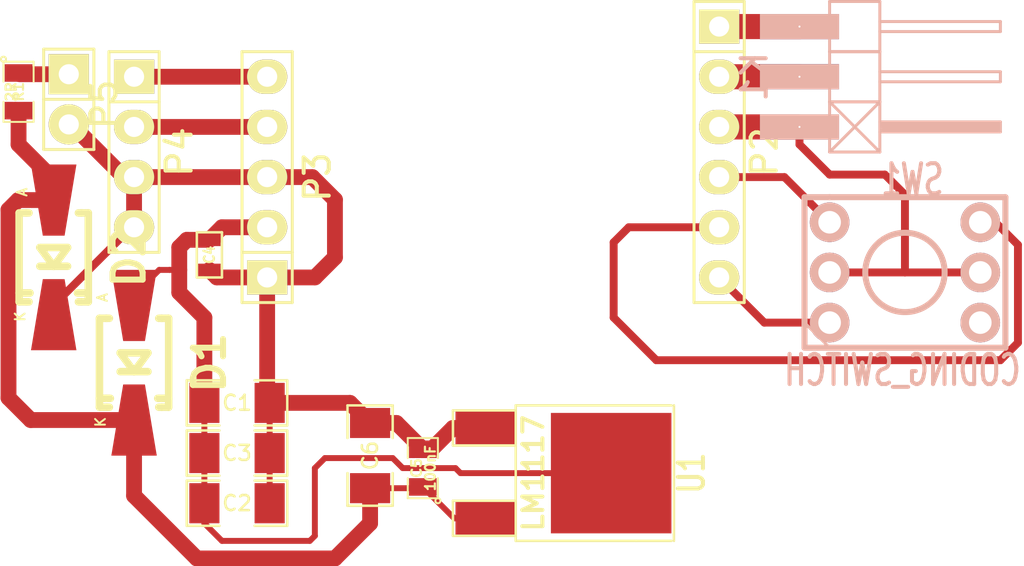
<source format=kicad_pcb>
(kicad_pcb (version 20221018) (generator pcbnew)
  (layers (0 "F.Cu" signal) (31 "B.Cu" signal) (34 "B.Paste" user) (35 "F.Paste" user) (36 "B.SilkS" user) (37 "F.SilkS" user) (38 "B.Mask" user) (39 "F.Mask" user) (44 "Edge.Cuts" user))
  (net 0 "")
  (net 1 "VCC")
  (net 2 "GND")
  (net 3 "Net-(C5-Pad1)")
  (net 4 "Net-(P3-Pad4)")
  (net 5 "Net-(P3-Pad5)")
  (net 6 "Net-(P5-Pad1)")
  (net 7 "Net-(P2-Pad4)")
  (net 8 "Net-(P2-Pad5)")
  (net 9 "Net-(P2-Pad6)")
  (net 10 "Net-(SW1-Pad5)")
  (net 11 "Net-(K1-Pad1)")
  (net 12 "Net-(K1-Pad2)")
  (net 13 "Net-(K1-Pad3)")
  (footprint "SMD_Packages:SMD-1206" (layer "F.Cu") (at 177.546 114.3)
    (fp_text reference "C1" (at 0 0) (layer "F.SilkS") (effects (font (size 0.762 0.762) (thickness 0.127))))
    (fp_text value "100uF" hide)
    (fp_line (start -2.54 -1.143) (end -2.54 1.143) (stroke (width 0.127)) (layer "F.SilkS"))
    (fp_line (start -2.54 1.143) (end -0.889 1.143) (stroke (width 0.127)) (layer "F.SilkS"))
    (fp_line (start -0.889 -1.143) (end -2.54 -1.143) (stroke (width 0.127)) (layer "F.SilkS"))
    (fp_line (start 0.889 -1.143) (end 2.54 -1.143) (stroke (width 0.127)) (layer "F.SilkS"))
    (fp_line (start 2.54 -1.143) (end 2.54 1.143) (stroke (width 0.127)) (layer "F.SilkS"))
    (fp_line (start 2.54 1.143) (end 0.889 1.143) (stroke (width 0.127)) (layer "F.SilkS"))
    (pad "1" smd rect (at -1.651 0) (size 1.524 2.032) (layers "F.Cu" "F.Paste" "F.Mask") (net 1 "VCC"))
    (pad "2" smd rect (at 1.651 0) (size 1.524 2.032) (layers "F.Cu" "F.Paste" "F.Mask") (net 2 "GND"))
  )
  (footprint "SMD_Packages:SMD-1206" (layer "F.Cu") (at 177.546 119.38)
    (fp_text reference "C2" (at 0 0) (layer "F.SilkS") (effects (font (size 0.762 0.762) (thickness 0.127))))
    (fp_text value "100uF" hide)
    (fp_line (start -2.54 -1.143) (end -2.54 1.143) (stroke (width 0.127)) (layer "F.SilkS"))
    (fp_line (start -2.54 1.143) (end -0.889 1.143) (stroke (width 0.127)) (layer "F.SilkS"))
    (fp_line (start -0.889 -1.143) (end -2.54 -1.143) (stroke (width 0.127)) (layer "F.SilkS"))
    (fp_line (start 0.889 -1.143) (end 2.54 -1.143) (stroke (width 0.127)) (layer "F.SilkS"))
    (fp_line (start 2.54 -1.143) (end 2.54 1.143) (stroke (width 0.127)) (layer "F.SilkS"))
    (fp_line (start 2.54 1.143) (end 0.889 1.143) (stroke (width 0.127)) (layer "F.SilkS"))
    (pad "1" smd rect (at -1.651 0) (size 1.524 2.032) (layers "F.Cu" "F.Paste" "F.Mask") (net 1 "VCC"))
    (pad "2" smd rect (at 1.651 0) (size 1.524 2.032) (layers "F.Cu" "F.Paste" "F.Mask") (net 2 "GND"))
  )
  (footprint "SMD_Packages:SMD-1206" (layer "F.Cu") (at 177.546 116.84)
    (fp_text reference "C3" (at 0 0) (layer "F.SilkS") (effects (font (size 0.762 0.762) (thickness 0.127))))
    (fp_text value "100uF" hide)
    (fp_line (start -2.54 -1.143) (end -2.54 1.143) (stroke (width 0.127)) (layer "F.SilkS"))
    (fp_line (start -2.54 1.143) (end -0.889 1.143) (stroke (width 0.127)) (layer "F.SilkS"))
    (fp_line (start -0.889 -1.143) (end -2.54 -1.143) (stroke (width 0.127)) (layer "F.SilkS"))
    (fp_line (start 0.889 -1.143) (end 2.54 -1.143) (stroke (width 0.127)) (layer "F.SilkS"))
    (fp_line (start 2.54 -1.143) (end 2.54 1.143) (stroke (width 0.127)) (layer "F.SilkS"))
    (fp_line (start 2.54 1.143) (end 0.889 1.143) (stroke (width 0.127)) (layer "F.SilkS"))
    (pad "1" smd rect (at -1.651 0) (size 1.524 2.032) (layers "F.Cu" "F.Paste" "F.Mask") (net 1 "VCC"))
    (pad "2" smd rect (at 1.651 0) (size 1.524 2.032) (layers "F.Cu" "F.Paste" "F.Mask") (net 2 "GND"))
  )
  (footprint "SMD_Packages:SMD-0603" (layer "F.Cu") (at 176.149 106.807 -90)
    (fp_text reference "C4" (at 0 0 270) (layer "F.SilkS") (effects (font (size 0.508 0.4572) (thickness 0.1143))))
    (fp_text value "1uF" hide)
    (fp_line (start -1.143 -0.635) (end 1.143 -0.635) (stroke (width 0.127)) (layer "F.SilkS"))
    (fp_line (start -1.143 0.635) (end -1.143 -0.635) (stroke (width 0.127)) (layer "F.SilkS"))
    (fp_line (start 1.143 -0.635) (end 1.143 0.635) (stroke (width 0.127)) (layer "F.SilkS"))
    (fp_line (start 1.143 0.635) (end -1.143 0.635) (stroke (width 0.127)) (layer "F.SilkS"))
    (pad "1" smd rect (at -0.762 0 270) (size 0.635 1.143) (layers "F.Cu" "F.Paste" "F.Mask") (net 1 "VCC"))
    (pad "2" smd rect (at 0.762 0 270) (size 0.635 1.143) (layers "F.Cu" "F.Paste" "F.Mask") (net 2 "GND"))
  )
  (footprint "Diodes_SMD:Diode-Universal-SMA-SMB_Handsoldering" (layer "F.Cu") (at 172.339 112.268 -90)
    (fp_text reference "D1" (at 0 -3.81 270) (layer "F.SilkS") (effects (font (size 1.524 1.524) (thickness 0.3048))))
    (fp_text value "DIODE" hide)
    (fp_text user "K" (at 2.99974 1.69926 270) (layer "F.SilkS") (effects (font (size 0.50038 0.50038) (thickness 0.09906))))
    (fp_text user "A" (at -3.29946 1.6002 270) (layer "F.SilkS") (effects (font (size 0.50038 0.50038) (thickness 0.09906))))
    (fp_line (start -2.25044 -1.75006) (end -2.25044 -1.39954) (stroke (width 0.381)) (layer "F.SilkS"))
    (fp_line (start -2.25044 -1.75006) (end 2.25044 -1.75006) (stroke (width 0.381)) (layer "F.SilkS"))
    (fp_line (start -2.25044 -1.39954) (end -2.25044 -1.24968) (stroke (width 0.381)) (layer "F.SilkS"))
    (fp_line (start -2.25044 1.39954) (end -2.25044 1.24968) (stroke (width 0.381)) (layer "F.SilkS"))
    (fp_line (start -2.25044 1.75006) (end -2.25044 1.39954) (stroke (width 0.381)) (layer "F.SilkS"))
    (fp_line (start -2.25044 1.75006) (end 2.25044 1.75006) (stroke (width 0.381)) (layer "F.SilkS"))
    (fp_line (start -0.50038 -0.70104) (end -0.50038 0.70104) (stroke (width 0.381)) (layer "F.SilkS"))
    (fp_line (start -0.50038 0.70104) (end 0.44958 0) (stroke (width 0.381)) (layer "F.SilkS"))
    (fp_line (start 0.44958 -0.70104) (end 0.44958 0.70104) (stroke (width 0.381)) (layer "F.SilkS"))
    (fp_line (start 0.44958 0) (end -0.50038 -0.70104) (stroke (width 0.381)) (layer "F.SilkS"))
    (fp_line (start 1.80086 -1.75006) (end 1.80086 -1.39954) (stroke (width 0.381)) (layer "F.SilkS"))
    (fp_line (start 1.80086 -1.34874) (end 1.80086 -1.19888) (stroke (width 0.381)) (layer "F.SilkS"))
    (fp_line (start 1.80086 1.39954) (end 1.80086 1.19888) (stroke (width 0.381)) (layer "F.SilkS"))
    (fp_line (start 1.80086 1.75006) (end 1.80086 1.39954) (stroke (width 0.381)) (layer "F.SilkS"))
    (fp_line (start 2.25044 -1.75006) (end 2.25044 -1.39954) (stroke (width 0.381)) (layer "F.SilkS"))
    (fp_line (start 2.25044 -1.39954) (end 2.25044 -1.24968) (stroke (width 0.381)) (layer "F.SilkS"))
    (fp_line (start 2.25044 1.34874) (end 2.25044 1.24968) (stroke (width 0.381)) (layer "F.SilkS"))
    (fp_line (start 2.25044 1.75006) (end 2.25044 1.39954) (stroke (width 0.381)) (layer "F.SilkS"))
    (pad "1" smd trapezoid (at -2.90068 0 270) (size 3.60172 1.69926) (rect_delta 0.59944 0) (layers "F.Cu" "F.Paste" "F.Mask") (net 1 "VCC"))
    (pad "2" smd trapezoid (at 2.90068 0 90) (size 3.60172 1.69926) (rect_delta 0.59944 0) (layers "F.Cu" "F.Paste" "F.Mask") (net 3 "Net-(C5-Pad1)"))
  )
  (footprint "Diodes_SMD:Diode-Universal-SMA-SMB_Handsoldering" (layer "F.Cu") (at 168.275 106.934 -90)
    (fp_text reference "D2" (at 0 -3.81 270) (layer "F.SilkS") (effects (font (size 1.524 1.524) (thickness 0.3048))))
    (fp_text value "TVS" hide)
    (fp_text user "A" (at -3.29946 1.6002 270) (layer "F.SilkS") (effects (font (size 0.50038 0.50038) (thickness 0.09906))))
    (fp_text user "K" (at 2.99974 1.69926 270) (layer "F.SilkS") (effects (font (size 0.50038 0.50038) (thickness 0.09906))))
    (fp_line (start -2.25044 -1.75006) (end -2.25044 -1.39954) (stroke (width 0.381)) (layer "F.SilkS"))
    (fp_line (start -2.25044 -1.75006) (end 2.25044 -1.75006) (stroke (width 0.381)) (layer "F.SilkS"))
    (fp_line (start -2.25044 -1.39954) (end -2.25044 -1.24968) (stroke (width 0.381)) (layer "F.SilkS"))
    (fp_line (start -2.25044 1.39954) (end -2.25044 1.24968) (stroke (width 0.381)) (layer "F.SilkS"))
    (fp_line (start -2.25044 1.75006) (end -2.25044 1.39954) (stroke (width 0.381)) (layer "F.SilkS"))
    (fp_line (start -2.25044 1.75006) (end 2.25044 1.75006) (stroke (width 0.381)) (layer "F.SilkS"))
    (fp_line (start -0.50038 -0.70104) (end -0.50038 0.70104) (stroke (width 0.381)) (layer "F.SilkS"))
    (fp_line (start -0.50038 0.70104) (end 0.44958 0) (stroke (width 0.381)) (layer "F.SilkS"))
    (fp_line (start 0.44958 -0.70104) (end 0.44958 0.70104) (stroke (width 0.381)) (layer "F.SilkS"))
    (fp_line (start 0.44958 0) (end -0.50038 -0.70104) (stroke (width 0.381)) (layer "F.SilkS"))
    (fp_line (start 1.80086 -1.75006) (end 1.80086 -1.39954) (stroke (width 0.381)) (layer "F.SilkS"))
    (fp_line (start 1.80086 -1.34874) (end 1.80086 -1.19888) (stroke (width 0.381)) (layer "F.SilkS"))
    (fp_line (start 1.80086 1.39954) (end 1.80086 1.19888) (stroke (width 0.381)) (layer "F.SilkS"))
    (fp_line (start 1.80086 1.75006) (end 1.80086 1.39954) (stroke (width 0.381)) (layer "F.SilkS"))
    (fp_line (start 2.25044 -1.75006) (end 2.25044 -1.39954) (stroke (width 0.381)) (layer "F.SilkS"))
    (fp_line (start 2.25044 -1.39954) (end 2.25044 -1.24968) (stroke (width 0.381)) (layer "F.SilkS"))
    (fp_line (start 2.25044 1.34874) (end 2.25044 1.24968) (stroke (width 0.381)) (layer "F.SilkS"))
    (fp_line (start 2.25044 1.75006) (end 2.25044 1.39954) (stroke (width 0.381)) (layer "F.SilkS"))
    (pad "1" smd trapezoid (at -2.90068 0 270) (size 3.60172 1.69926) (rect_delta 0.59944 0) (layers "F.Cu" "F.Paste" "F.Mask") (net 3 "Net-(C5-Pad1)"))
    (pad "2" smd trapezoid (at 2.90068 0 90) (size 3.60172 1.69926) (rect_delta 0.59944 0) (layers "F.Cu" "F.Paste" "F.Mask") (net 2 "GND"))
  )
  (footprint "Pin_Headers:Pin_Header_Straight_1x06" (layer "F.Cu") (at 201.93 101.6 -90)
    (fp_text reference "P2" (at 0 -2.286 270) (layer "F.SilkS") (effects (font (size 1.27 1.27) (thickness 0.2032))))
    (fp_text value "CONN_6" hide)
    (fp_line (start -7.62 -1.27) (end -7.62 1.27) (stroke (width 0.15)) (layer "F.SilkS"))
    (fp_line (start -7.62 -1.27) (end -5.08 -1.27) (stroke (width 0.15)) (layer "F.SilkS"))
    (fp_line (start -7.62 1.27) (end -5.08 1.27) (stroke (width 0.15)) (layer "F.SilkS"))
    (fp_line (start -5.08 -1.27) (end -5.08 1.27) (stroke (width 0.15)) (layer "F.SilkS"))
    (fp_line (start -5.08 -1.27) (end 7.62 -1.27) (stroke (width 0.15)) (layer "F.SilkS"))
    (fp_line (start 7.62 -1.27) (end 7.62 1.27) (stroke (width 0.15)) (layer "F.SilkS"))
    (fp_line (start 7.62 1.27) (end -5.08 1.27) (stroke (width 0.15)) (layer "F.SilkS"))
    (pad "1" thru_hole rect (at -6.35 0 270) (size 1.7272 2.032) (drill 1.016) (layers "*.Cu" "*.Mask" "F.SilkS") (net 13 "Net-(K1-Pad3)"))
    (pad "2" thru_hole oval (at -3.81 0 270) (size 1.7272 2.032) (drill 1.016) (layers "*.Cu" "*.Mask" "F.SilkS") (net 12 "Net-(K1-Pad2)"))
    (pad "3" thru_hole oval (at -1.27 0 270) (size 1.7272 2.032) (drill 1.016) (layers "*.Cu" "*.Mask" "F.SilkS") (net 11 "Net-(K1-Pad1)"))
    (pad "4" thru_hole oval (at 1.27 0 270) (size 1.7272 2.032) (drill 1.016) (layers "*.Cu" "*.Mask" "F.SilkS") (net 7 "Net-(P2-Pad4)"))
    (pad "5" thru_hole oval (at 3.81 0 270) (size 1.7272 2.032) (drill 1.016) (layers "*.Cu" "*.Mask" "F.SilkS") (net 8 "Net-(P2-Pad5)"))
    (pad "6" thru_hole oval (at 6.35 0 270) (size 1.7272 2.032) (drill 1.016) (layers "*.Cu" "*.Mask" "F.SilkS") (net 9 "Net-(P2-Pad6)"))
  )
  (footprint "Pin_Headers:Pin_Header_Straight_1x05" (layer "F.Cu") (at 179.07 102.87 90)
    (fp_text reference "P3" (at 0 2.54 90) (layer "F.SilkS") (effects (font (size 1.27 1.27) (thickness 0.2032))))
    (fp_text value "CONN_5" hide)
    (fp_line (start -6.35 -1.27) (end -6.35 1.27) (stroke (width 0.15)) (layer "F.SilkS"))
    (fp_line (start -6.35 -1.27) (end -3.81 -1.27) (stroke (width 0.15)) (layer "F.SilkS"))
    (fp_line (start -6.35 1.27) (end -3.81 1.27) (stroke (width 0.15)) (layer "F.SilkS"))
    (fp_line (start -3.81 -1.27) (end -3.81 1.27) (stroke (width 0.15)) (layer "F.SilkS"))
    (fp_line (start -3.81 -1.27) (end 6.35 -1.27) (stroke (width 0.15)) (layer "F.SilkS"))
    (fp_line (start 6.35 -1.27) (end 6.35 1.27) (stroke (width 0.15)) (layer "F.SilkS"))
    (fp_line (start 6.35 1.27) (end -3.81 1.27) (stroke (width 0.15)) (layer "F.SilkS"))
    (pad "1" thru_hole rect (at -5.08 0 90) (size 1.7272 2.032) (drill 1.016) (layers "*.Cu" "*.Mask" "F.SilkS") (net 2 "GND"))
    (pad "2" thru_hole oval (at -2.54 0 90) (size 1.7272 2.032) (drill 1.016) (layers "*.Cu" "*.Mask" "F.SilkS") (net 1 "VCC"))
    (pad "3" thru_hole oval (at 0 0 90) (size 1.7272 2.032) (drill 1.016) (layers "*.Cu" "*.Mask" "F.SilkS") (net 2 "GND"))
    (pad "4" thru_hole oval (at 2.54 0 90) (size 1.7272 2.032) (drill 1.016) (layers "*.Cu" "*.Mask" "F.SilkS") (net 4 "Net-(P3-Pad4)"))
    (pad "5" thru_hole oval (at 5.08 0 90) (size 1.7272 2.032) (drill 1.016) (layers "*.Cu" "*.Mask" "F.SilkS") (net 5 "Net-(P3-Pad5)"))
  )
  (footprint "Pin_Headers:Pin_Header_Straight_1x04" (layer "F.Cu") (at 172.339 101.6 -90)
    (fp_text reference "P4" (at 0 -2.286 270) (layer "F.SilkS") (effects (font (size 1.27 1.27) (thickness 0.2032))))
    (fp_text value "CONN_4" hide)
    (fp_line (start -5.08 -1.27) (end -5.08 1.27) (stroke (width 0.15)) (layer "F.SilkS"))
    (fp_line (start -5.08 -1.27) (end -2.54 -1.27) (stroke (width 0.15)) (layer "F.SilkS"))
    (fp_line (start -5.08 1.27) (end -2.54 1.27) (stroke (width 0.15)) (layer "F.SilkS"))
    (fp_line (start -2.54 -1.27) (end -2.54 1.27) (stroke (width 0.15)) (layer "F.SilkS"))
    (fp_line (start -2.54 -1.27) (end 5.08 -1.27) (stroke (width 0.15)) (layer "F.SilkS"))
    (fp_line (start -2.54 1.27) (end 5.08 1.27) (stroke (width 0.15)) (layer "F.SilkS"))
    (fp_line (start 5.08 1.27) (end 5.08 -1.27) (stroke (width 0.15)) (layer "F.SilkS"))
    (pad "1" thru_hole rect (at -3.81 0 270) (size 1.7272 2.032) (drill 1.016) (layers "*.Cu" "*.Mask" "F.SilkS") (net 5 "Net-(P3-Pad5)"))
    (pad "2" thru_hole oval (at -1.27 0 270) (size 1.7272 2.032) (drill 1.016) (layers "*.Cu" "*.Mask" "F.SilkS") (net 4 "Net-(P3-Pad4)"))
    (pad "3" thru_hole oval (at 1.27 0 270) (size 1.7272 2.032) (drill 1.016) (layers "*.Cu" "*.Mask" "F.SilkS") (net 2 "GND"))
    (pad "4" thru_hole oval (at 3.81 0 270) (size 1.7272 2.032) (drill 1.016) (layers "*.Cu" "*.Mask" "F.SilkS") (net 2 "GND"))
  )
  (footprint "Pin_Headers:Pin_Header_Straight_1x02" (layer "F.Cu") (at 169.037 98.933 -90)
    (fp_text reference "P5" (at 0.254 -1.778 270) (layer "F.SilkS") (effects (font (size 1.27 1.27) (thickness 0.2032))))
    (fp_text value "CONN_2" hide)
    (fp_line (start -2.54 -1.27) (end -2.54 1.27) (stroke (width 0.15)) (layer "F.SilkS"))
    (fp_line (start -2.54 1.27) (end 0 1.27) (stroke (width 0.15)) (layer "F.SilkS"))
    (fp_line (start 0 -1.27) (end 0 1.27) (stroke (width 0.15)) (layer "F.SilkS"))
    (fp_line (start 0 1.27) (end 2.54 1.27) (stroke (width 0.15)) (layer "F.SilkS"))
    (fp_line (start 2.54 -1.27) (end -2.54 -1.27) (stroke (width 0.15)) (layer "F.SilkS"))
    (fp_line (start 2.54 1.27) (end 2.54 -1.27) (stroke (width 0.15)) (layer "F.SilkS"))
    (pad "1" thru_hole rect (at -1.27 0 270) (size 2.032 2.032) (drill 1.016) (layers "*.Cu" "*.Mask" "F.SilkS") (net 6 "Net-(P5-Pad1)"))
    (pad "2" thru_hole oval (at 1.27 0 270) (size 2.032 2.032) (drill 1.016) (layers "*.Cu" "*.Mask" "F.SilkS") (net 2 "GND"))
  )
  (footprint "SMD_Packages:SMD-0805" (layer "F.Cu") (at 166.497 98.552 -90)
    (fp_text reference "R1" (at 0 0 270) (layer "F.SilkS") (effects (font (size 0.50038 0.50038) (thickness 0.10922))))
    (fp_text value "2R" (at 0 0.381 270) (layer "F.SilkS") (effects (font (size 0.50038 0.50038) (thickness 0.10922))))
    (fp_line (start -1.524 -0.762) (end -0.508 -0.762) (stroke (width 0.09906)) (layer "F.SilkS"))
    (fp_line (start -1.524 0.762) (end -1.524 -0.762) (stroke (width 0.09906)) (layer "F.SilkS"))
    (fp_line (start -0.508 0.762) (end -1.524 0.762) (stroke (width 0.09906)) (layer "F.SilkS"))
    (fp_line (start 0.508 -0.762) (end 1.524 -0.762) (stroke (width 0.09906)) (layer "F.SilkS"))
    (fp_line (start 1.524 -0.762) (end 1.524 0.762) (stroke (width 0.09906)) (layer "F.SilkS"))
    (fp_line (start 1.524 0.762) (end 0.508 0.762) (stroke (width 0.09906)) (layer "F.SilkS"))
    (fp_circle (center -1.651 0.762) (end -1.651 0.635) (stroke (width 0.09906)) (fill none) (layer "F.SilkS"))
    (pad "1" smd rect (at -0.9525 0 270) (size 0.889 1.397) (layers "F.Cu" "F.Paste" "F.Mask") (net 6 "Net-(P5-Pad1)"))
    (pad "2" smd rect (at 0.9525 0 270) (size 0.889 1.397) (layers "F.Cu" "F.Paste" "F.Mask") (net 3 "Net-(C5-Pad1)"))
  )
  (footprint "SMD_Packages:DPAK-2" (layer "F.Cu") (at 190.119 117.856 -90)
    (fp_text reference "U1" (at 0 -10.414 270) (layer "F.SilkS") (effects (font (size 1.27 1.016) (thickness 0.2032))))
    (fp_text value "LM1117" (at 0 -2.413 270) (layer "F.SilkS") (effects (font (size 1.016 1.016) (thickness 0.2032))))
    (fp_line (start -3.429 -9.525) (end 3.429 -9.525) (stroke (width 0.127)) (layer "F.SilkS"))
    (fp_line (start -3.429 -1.524) (end -3.429 -9.398) (stroke (width 0.127)) (layer "F.SilkS"))
    (fp_line (start -3.175 -1.524) (end -3.175 1.651) (stroke (width 0.127)) (layer "F.SilkS"))
    (fp_line (start -3.175 1.651) (end -1.397 1.651) (stroke (width 0.127)) (layer "F.SilkS"))
    (fp_line (start -1.397 1.651) (end -1.397 -1.524) (stroke (width 0.127)) (layer "F.SilkS"))
    (fp_line (start 1.397 -1.524) (end 1.397 1.651) (stroke (width 0.127)) (layer "F.SilkS"))
    (fp_line (start 1.397 1.651) (end 3.175 1.651) (stroke (width 0.127)) (layer "F.SilkS"))
    (fp_line (start 3.175 1.651) (end 3.175 -1.524) (stroke (width 0.127)) (layer "F.SilkS"))
    (fp_line (start 3.429 -9.398) (end 3.429 -7.62) (stroke (width 0.127)) (layer "F.SilkS"))
    (fp_line (start 3.429 -7.62) (end 3.429 -1.524) (stroke (width 0.127)) (layer "F.SilkS"))
    (fp_line (start 3.429 -1.524) (end -3.429 -1.524) (stroke (width 0.127)) (layer "F.SilkS"))
    (pad "1" smd rect (at -2.286 0 270) (size 1.651 3.048) (layers "F.Cu" "F.Paste" "F.Mask") (net 2 "GND"))
    (pad "2" smd rect (at 0 -6.35 270) (size 6.096 6.096) (layers "F.Cu" "F.Paste" "F.Mask") (net 1 "VCC"))
    (pad "3" smd rect (at 2.286 0 270) (size 1.651 3.048) (layers "F.Cu" "F.Paste" "F.Mask") (net 3 "Net-(C5-Pad1)"))
  )
  (footprint "SMD_Packages:SMD-0805" (layer "F.Cu") (at 186.944 117.602 90)
    (fp_text reference "C5" (at 0 -0.3175 90) (layer "F.SilkS") (effects (font (size 0.50038 0.50038) (thickness 0.10922))))
    (fp_text value "100nF" (at 0 0.381 90) (layer "F.SilkS") (effects (font (size 0.50038 0.50038) (thickness 0.10922))))
    (fp_line (start -1.524 -0.762) (end -0.508 -0.762) (stroke (width 0.09906)) (layer "F.SilkS"))
    (fp_line (start -1.524 0.762) (end -1.524 -0.762) (stroke (width 0.09906)) (layer "F.SilkS"))
    (fp_line (start -0.508 0.762) (end -1.524 0.762) (stroke (width 0.09906)) (layer "F.SilkS"))
    (fp_line (start 0.508 -0.762) (end 1.524 -0.762) (stroke (width 0.09906)) (layer "F.SilkS"))
    (fp_line (start 1.524 -0.762) (end 1.524 0.762) (stroke (width 0.09906)) (layer "F.SilkS"))
    (fp_line (start 1.524 0.762) (end 0.508 0.762) (stroke (width 0.09906)) (layer "F.SilkS"))
    (fp_circle (center -1.651 0.762) (end -1.651 0.635) (stroke (width 0.09906)) (fill none) (layer "F.SilkS"))
    (pad "1" smd rect (at -0.9525 0 90) (size 0.889 1.397) (layers "F.Cu" "F.Paste" "F.Mask") (net 3 "Net-(C5-Pad1)"))
    (pad "2" smd rect (at 0.9525 0 90) (size 0.889 1.397) (layers "F.Cu" "F.Paste" "F.Mask") (net 2 "GND"))
  )
  (footprint "SMD_Packages:SMD-1206" (layer "F.Cu") (at 184.277 116.967 90)
    (fp_text reference "C6" (at 0 0 90) (layer "F.SilkS") (effects (font (size 0.762 0.762) (thickness 0.127))))
    (fp_text value "1uF" hide)
    (fp_line (start -2.54 -1.143) (end -2.54 1.143) (stroke (width 0.127)) (layer "F.SilkS"))
    (fp_line (start -2.54 1.143) (end -0.889 1.143) (stroke (width 0.127)) (layer "F.SilkS"))
    (fp_line (start -0.889 -1.143) (end -2.54 -1.143) (stroke (width 0.127)) (layer "F.SilkS"))
    (fp_line (start 0.889 -1.143) (end 2.54 -1.143) (stroke (width 0.127)) (layer "F.SilkS"))
    (fp_line (start 2.54 -1.143) (end 2.54 1.143) (stroke (width 0.127)) (layer "F.SilkS"))
    (fp_line (start 2.54 1.143) (end 0.889 1.143) (stroke (width 0.127)) (layer "F.SilkS"))
    (pad "1" smd rect (at -1.651 0 90) (size 1.524 2.032) (layers "F.Cu" "F.Paste" "F.Mask") (net 3 "Net-(C5-Pad1)"))
    (pad "2" smd rect (at 1.651 0 90) (size 1.524 2.032) (layers "F.Cu" "F.Paste" "F.Mask") (net 2 "GND"))
  )
  (footprint "Toni:KDR_10" (layer "B.Cu") (at 211.328 107.696)
    (fp_text reference "SW1" (at 0.381 -4.699) (layer "B.SilkS") (effects (font (size 1.524 1.016) (thickness 0.2032)) (justify mirror)))
    (fp_text value "CODING_SWITCH" (at -0.127 4.953) (layer "B.SilkS") (effects (font (size 1.524 1.016) (thickness 0.2032)) (justify mirror)))
    (fp_line (start -5.08 -3.81) (end -3.81 -3.81) (stroke (width 0.3048)) (layer "B.SilkS"))
    (fp_line (start -5.08 2.54) (end -3.81 3.81) (stroke (width 0.15)) (layer "B.SilkS"))
    (fp_line (start -5.08 3.81) (end -5.08 -3.81) (stroke (width 0.3048)) (layer "B.SilkS"))
    (fp_line (start -3.81 -3.81) (end 5.08 -3.81) (stroke (width 0.3048)) (layer "B.SilkS"))
    (fp_line (start 5.08 -3.81) (end 5.08 3.81) (stroke (width 0.3048)) (layer "B.SilkS"))
    (fp_line (start 5.08 3.81) (end -5.08 3.81) (stroke (width 0.3048)) (layer "B.SilkS"))
    (fp_circle (center 0 0) (end 1.905 -0.635) (stroke (width 0.3048)) (fill none) (layer "B.SilkS"))
    (pad "1" thru_hole circle (at -3.81 0) (size 2 2) (drill 1.143) (layers "*.Cu" "*.Mask" "B.SilkS") (net 11 "Net-(K1-Pad1)"))
    (pad "1" thru_hole circle (at 3.81 0) (size 2 2) (drill 1.143) (layers "*.Cu" "*.Mask" "B.SilkS") (net 11 "Net-(K1-Pad1)"))
    (pad "2" thru_hole circle (at -3.81 2.54) (size 2 2) (drill 1.143) (layers "*.Cu" "*.Mask" "B.SilkS") (net 9 "Net-(P2-Pad6)"))
    (pad "3" thru_hole circle (at 3.81 -2.54) (size 2 2) (drill 1.143) (layers "*.Cu" "*.Mask" "B.SilkS") (net 8 "Net-(P2-Pad5)"))
    (pad "4" thru_hole circle (at -3.81 -2.54) (size 2 2) (drill 1.143) (layers "*.Cu" "*.Mask" "B.SilkS") (net 7 "Net-(P2-Pad4)"))
    (pad "5" thru_hole circle (at 3.81 2.54) (size 2 2) (drill 1.143) (layers "*.Cu" "*.Mask" "B.SilkS") (net 10 "Net-(SW1-Pad5)"))
  )
  (footprint "Pin_Headers:Pin_Header_Angled_1x03" (layer "B.Cu") (at 205.994 97.79 90)
    (fp_text reference "K1" (at 0 -2.286 90) (layer "B.SilkS") (effects (font (size 1.27 1.27) (thickness 0.2032)) (justify mirror)))
    (fp_text value "CONN_3" hide)
    (fp_line (start -3.81 1.524) (end -3.81 4.064) (stroke (width 0.15)) (layer "B.SilkS"))
    (fp_line (start -3.81 1.524) (end -1.27 1.524) (stroke (width 0.15)) (layer "B.SilkS"))
    (fp_line (start -3.81 4.064) (end -1.27 1.524) (stroke (width 0.15)) (layer "B.SilkS"))
    (fp_line (start -2.794 1.524) (end -2.794 1.143) (stroke (width 0.15)) (layer "B.SilkS"))
    (fp_line (start -2.794 4.064) (end -2.794 10.16) (stroke (width 0.15)) (layer "B.SilkS"))
    (fp_line (start -2.794 10.16) (end -2.286 10.16) (stroke (width 0.15)) (layer "B.SilkS"))
    (fp_line (start -2.667 4.191) (end -2.667 10.033) (stroke (width 0.15)) (layer "B.SilkS"))
    (fp_line (start -2.667 10.033) (end -2.413 10.033) (stroke (width 0.15)) (layer "B.SilkS"))
    (fp_line (start -2.54 4.191) (end -2.54 10.033) (stroke (width 0.15)) (layer "B.SilkS"))
    (fp_line (start -2.413 4.191) (end -2.54 4.191) (stroke (width 0.15)) (layer "B.SilkS"))
    (fp_line (start -2.413 10.033) (end -2.413 4.191) (stroke (width 0.15)) (layer "B.SilkS"))
    (fp_line (start -2.286 1.524) (end -2.286 1.143) (stroke (width 0.15)) (layer "B.SilkS"))
    (fp_line (start -2.286 10.16) (end -2.286 4.064) (stroke (width 0.15)) (layer "B.SilkS"))
    (fp_line (start -1.27 1.524) (end -1.27 4.064) (stroke (width 0.15)) (layer "B.SilkS"))
    (fp_line (start -1.27 1.524) (end -1.27 4.064) (stroke (width 0.15)) (layer "B.SilkS"))
    (fp_line (start -1.27 1.524) (end 1.27 1.524) (stroke (width 0.15)) (layer "B.SilkS"))
    (fp_line (start -1.27 4.064) (end -3.81 1.524) (stroke (width 0.15)) (layer "B.SilkS"))
    (fp_line (start -1.27 4.064) (end -3.81 4.064) (stroke (width 0.15)) (layer "B.SilkS"))
    (fp_line (start -0.254 1.524) (end -0.254 1.143) (stroke (width 0.15)) (layer "B.SilkS"))
    (fp_line (start -0.254 4.064) (end -0.254 10.16) (stroke (width 0.15)) (layer "B.SilkS"))
    (fp_line (start -0.254 10.16) (end 0.254 10.16) (stroke (width 0.15)) (layer "B.SilkS"))
    (fp_line (start 0.254 1.524) (end 0.254 1.143) (stroke (width 0.15)) (layer "B.SilkS"))
    (fp_line (start 0.254 10.16) (end 0.254 4.064) (stroke (width 0.15)) (layer "B.SilkS"))
    (fp_line (start 1.27 1.524) (end 1.27 4.064) (stroke (width 0.15)) (layer "B.SilkS"))
    (fp_line (start 1.27 1.524) (end 1.27 4.064) (stroke (width 0.15)) (layer "B.SilkS"))
    (fp_line (start 1.27 1.524) (end 3.81 1.524) (stroke (width 0.15)) (layer "B.SilkS"))
    (fp_line (start 1.27 4.064) (end -1.27 4.064) (stroke (width 0.15)) (layer "B.SilkS"))
    (fp_line (start 2.286 1.524) (end 2.286 1.143) (stroke (width 0.15)) (layer "B.SilkS"))
    (fp_line (start 2.286 4.064) (end 2.286 10.16) (stroke (width 0.15)) (layer "B.SilkS"))
    (fp_line (start 2.286 10.16) (end 2.794 10.16) (stroke (width 0.15)) (layer "B.SilkS"))
    (fp_line (start 2.794 1.524) (end 2.794 1.143) (stroke (width 0.15)) (layer "B.SilkS"))
    (fp_line (start 2.794 10.16) (end 2.794 4.064) (stroke (width 0.15)) (layer "B.SilkS"))
    (fp_line (start 3.81 1.524) (end 3.81 4.064) (stroke (width 0.15)) (layer "B.SilkS"))
    (fp_line (start 3.81 4.064) (end 1.27 4.064) (stroke (width 0.15)) (layer "B.SilkS"))
    (pad "1" thru_hole rect (at -2.54 0 90) (size 1.27 4) (drill 0.1) (layers "*.Cu" "*.Mask" "B.SilkS") (net 11 "Net-(K1-Pad1)"))
    (pad "2" thru_hole rect (at 0 0 90) (size 1.27 4) (drill 0.1) (layers "*.Cu" "*.Mask" "B.SilkS") (net 12 "Net-(K1-Pad2)"))
    (pad "3" thru_hole rect (at 2.54 0 90) (size 1.27 4) (drill 0.1) (layers "*.Cu" "*.Mask" "B.SilkS") (net 13 "Net-(K1-Pad3)"))
  )
  (segment (start 175.641 119.38) (end 175.895 119.38) (width 0.3) (layer "F.Cu") (net 1))
  (segment (start 175.895 120.396) (end 175.895 119.38) (width 0.3) (layer "F.Cu") (net 1))
  (segment (start 172.339 108.839) (end 172.339 109.36732) (width 0.3) (layer "F.Cu") (net 1))
  (segment (start 172.339 109.474) (end 172.339 109.36732) (width 0.3) (layer "F.Cu") (net 1))
  (segment (start 188.849 117.856) (end 188.595 117.602) (width 0.3) (layer "F.Cu") (net 1))
  (segment (start 188.595 117.602) (end 185.928 117.602) (width 0.3) (layer "F.Cu") (net 1))
  (segment (start 185.928 117.602) (end 185.42 117.094) (width 0.3) (layer "F.Cu") (net 1))
  (segment (start 185.42 117.094) (end 181.991 117.094) (width 0.3) (layer "F.Cu") (net 1))
  (segment (start 181.991 117.094) (end 181.483 117.602) (width 0.3) (layer "F.Cu") (net 1))
  (segment (start 181.483 117.602) (end 181.483 121.031) (width 0.3) (layer "F.Cu") (net 1))
  (segment (start 181.483 121.031) (end 181.229 121.285) (width 0.3) (layer "F.Cu") (net 1))
  (segment (start 181.229 121.285) (end 176.784 121.285) (width 0.3) (layer "F.Cu") (net 1))
  (segment (start 176.784 121.285) (end 175.895 120.396) (width 0.3) (layer "F.Cu") (net 1))
  (segment (start 175.895 120.396) (end 175.895 119.38) (width 0.3) (layer "F.Cu") (net 1))
  (segment (start 176.784 105.41) (end 176.149 106.045) (width 0.8) (layer "F.Cu") (net 1))
  (segment (start 175.006 106.045) (end 174.625 106.426) (width 0.8) (layer "F.Cu") (net 1))
  (segment (start 174.625 106.426) (end 174.625 107.569) (width 0.8) (layer "F.Cu") (net 1))
  (segment (start 174.625 108.712) (end 175.895 109.982) (width 0.8) (layer "F.Cu") (net 1))
  (segment (start 175.895 109.982) (end 175.895 114.3) (width 0.8) (layer "F.Cu") (net 1))
  (segment (start 174.625 107.569) (end 174.625 108.712) (width 0.8) (layer "F.Cu") (net 1))
  (segment (start 174.13732 107.569) (end 173.609 107.569) (width 0.3) (layer "F.Cu") (net 1))
  (segment (start 173.609 107.569) (end 172.339 108.839) (width 0.3) (layer "F.Cu") (net 1))
  (segment (start 172.339 108.839) (end 172.339 109.36732) (width 0.3) (layer "F.Cu") (net 1))
  (segment (start 175.895 119.38) (end 175.895 119.507) (width 0.3) (layer "F.Cu") (net 1))
  (segment (start 179.07 105.41) (end 176.784 105.41) (width 0.8) (layer "F.Cu") (net 1))
  (segment (start 176.149 106.045) (end 175.006 106.045) (width 0.8) (layer "F.Cu") (net 1))
  (segment (start 175.895 116.84) (end 175.895 114.3) (width 0.3) (layer "F.Cu") (net 1))
  (segment (start 196.469 117.856) (end 188.849 117.856) (width 0.3) (layer "F.Cu") (net 1))
  (segment (start 176.149 106.045) (end 176.657 106.045) (width 0.3) (layer "F.Cu") (net 1))
  (segment (start 175.895 119.38) (end 175.895 116.84) (width 0.3) (layer "F.Cu") (net 1))
  (segment (start 174.625 107.569) (end 174.13732 107.569) (width 0.3) (layer "F.Cu") (net 1))
  (segment (start 176.53 107.95) (end 176.149 107.569) (width 0.8) (layer "F.Cu") (net 2))
  (segment (start 178.943 119.634) (end 179.197 119.38) (width 0.3) (layer "F.Cu") (net 2))
  (segment (start 172.212 105.41) (end 168.275 109.347) (width 0.4) (layer "F.Cu") (net 2))
  (segment (start 168.275 109.347) (end 168.275 109.83468) (width 0.3) (layer "F.Cu") (net 2))
  (segment (start 169.164 100.203) (end 171.831 102.87) (width 0.8) (layer "F.Cu") (net 2))
  (segment (start 171.831 102.87) (end 172.339 102.87) (width 0.8) (layer "F.Cu") (net 2))
  (segment (start 181.356 102.87) (end 182.499 104.013) (width 0.8) (layer "F.Cu") (net 2))
  (segment (start 182.499 104.013) (end 182.499 106.934) (width 0.8) (layer "F.Cu") (net 2))
  (segment (start 182.499 106.934) (end 181.483 107.95) (width 0.8) (layer "F.Cu") (net 2))
  (segment (start 181.483 107.95) (end 179.07 107.95) (width 0.8) (layer "F.Cu") (net 2))
  (segment (start 179.07 114.173) (end 179.197 114.3) (width 0.8) (layer "F.Cu") (net 2))
  (segment (start 183.261 114.3) (end 184.277 115.316) (width 0.8) (layer "F.Cu") (net 2))
  (segment (start 185.6105 115.316) (end 186.944 116.6495) (width 0.8) (layer "F.Cu") (net 2))
  (segment (start 187.3885 116.6495) (end 188.468 115.57) (width 0.8) (layer "F.Cu") (net 2))
  (segment (start 188.468 115.57) (end 190.119 115.57) (width 0.8) (layer "F.Cu") (net 2))
  (segment (start 179.197 114.3) (end 183.261 114.3) (width 0.8) (layer "F.Cu") (net 2))
  (segment (start 186.944 116.6495) (end 187.3885 116.6495) (width 0.8) (layer "F.Cu") (net 2))
  (segment (start 179.07 102.87) (end 181.356 102.87) (width 0.8) (layer "F.Cu") (net 2))
  (segment (start 172.339 102.87) (end 179.07 102.87) (width 0.8) (layer "F.Cu") (net 2))
  (segment (start 172.339 105.41) (end 172.212 105.41) (width 0.3) (layer "F.Cu") (net 2))
  (segment (start 179.07 107.95) (end 179.07 114.173) (width 0.8) (layer "F.Cu") (net 2))
  (segment (start 179.07 107.95) (end 176.53 107.95) (width 0.8) (layer "F.Cu") (net 2))
  (segment (start 172.339 102.87) (end 172.339 105.41) (width 0.8) (layer "F.Cu") (net 2))
  (segment (start 169.037 100.203) (end 169.164 100.203) (width 0.8) (layer "F.Cu") (net 2))
  (segment (start 184.277 115.316) (end 185.6105 115.316) (width 0.8) (layer "F.Cu") (net 2))
  (segment (start 179.197 116.84) (end 179.197 114.3) (width 0.3) (layer "F.Cu") (net 2))
  (segment (start 179.197 119.38) (end 179.197 116.84) (width 0.3) (layer "F.Cu") (net 2))
  (segment (start 166.497 101.219) (end 168.275 102.997) (width 0.8) (layer "F.Cu") (net 3))
  (segment (start 168.275 102.997) (end 168.275 104.03332) (width 0.3) (layer "F.Cu") (net 3))
  (segment (start 172.99432 115.824) (end 172.339 115.16868) (width 0.3) (layer "F.Cu") (net 3))
  (segment (start 186.8805 118.618) (end 186.944 118.5545) (width 0.3) (layer "F.Cu") (net 3))
  (segment (start 188.5315 120.142) (end 186.944 118.5545) (width 0.3) (layer "F.Cu") (net 3))
  (segment (start 166.47668 104.03332) (end 165.989 104.521) (width 0.8) (layer "F.Cu") (net 3))
  (segment (start 165.989 104.521) (end 165.989 114.046) (width 0.8) (layer "F.Cu") (net 3))
  (segment (start 165.989 114.046) (end 167.11168 115.16868) (width 0.8) (layer "F.Cu") (net 3))
  (segment (start 167.11168 115.16868) (end 172.339 115.16868) (width 0.8) (layer "F.Cu") (net 3))
  (segment (start 172.339 118.999) (end 175.514 122.174) (width 0.8) (layer "F.Cu") (net 3))
  (segment (start 175.514 122.174) (end 182.499 122.174) (width 0.8) (layer "F.Cu") (net 3))
  (segment (start 182.499 122.174) (end 184.277 120.396) (width 0.8) (layer "F.Cu") (net 3))
  (segment (start 184.277 120.396) (end 184.277 118.618) (width 0.8) (layer "F.Cu") (net 3))
  (segment (start 168.275 104.03332) (end 166.47668 104.03332) (width 0.8) (layer "F.Cu") (net 3))
  (segment (start 166.497 99.5045) (end 166.497 101.219) (width 0.8) (layer "F.Cu") (net 3))
  (segment (start 190.119 120.142) (end 188.5315 120.142) (width 0.3) (layer "F.Cu") (net 3))
  (segment (start 172.339 115.16868) (end 172.339 118.999) (width 0.8) (layer "F.Cu") (net 3))
  (segment (start 184.277 118.618) (end 186.8805 118.618) (width 0.3) (layer "F.Cu") (net 3))
  (segment (start 172.339 115.16868) (end 172.339 115.951) (width 0.3) (layer "F.Cu") (net 3))
  (segment (start 172.339 100.33) (end 179.07 100.33) (width 0.8) (layer "F.Cu") (net 4))
  (segment (start 172.339 97.79) (end 179.07 97.79) (width 0.8) (layer "F.Cu") (net 5))
  (segment (start 166.5605 97.663) (end 166.497 97.5995) (width 0.3) (layer "F.Cu") (net 6))
  (segment (start 169.037 97.663) (end 166.5605 97.663) (width 0.8) (layer "F.Cu") (net 6))
  (segment (start 205.232 102.87) (end 207.518 105.156) (width 0.4) (layer "F.Cu") (net 7))
  (segment (start 201.93 102.87) (end 205.232 102.87) (width 0.4) (layer "F.Cu") (net 7))
  (segment (start 202.438 105.41) (end 197.358 105.41) (width 0.4) (layer "F.Cu") (net 8))
  (segment (start 197.358 105.41) (end 196.596 106.172) (width 0.4) (layer "F.Cu") (net 8))
  (segment (start 196.596 106.172) (end 196.596 109.982) (width 0.4) (layer "F.Cu") (net 8))
  (segment (start 196.596 109.982) (end 198.755 112.141) (width 0.4) (layer "F.Cu") (net 8))
  (segment (start 198.755 112.141) (end 216.154 112.141) (width 0.4) (layer "F.Cu") (net 8))
  (segment (start 216.154 112.141) (end 217.043 111.252) (width 0.4) (layer "F.Cu") (net 8))
  (segment (start 217.043 111.252) (end 217.043 106.299) (width 0.4) (layer "F.Cu") (net 8))
  (segment (start 217.043 106.299) (end 215.9 105.156) (width 0.4) (layer "F.Cu") (net 8))
  (segment (start 215.9 105.156) (end 215.138 105.156) (width 0.3) (layer "F.Cu") (net 8))
  (segment (start 201.93 105.41) (end 202.438 105.41) (width 0.3) (layer "F.Cu") (net 8))
  (segment (start 204.216 110.236) (end 201.93 107.95) (width 0.4) (layer "F.Cu") (net 9))
  (segment (start 207.518 110.236) (end 204.216 110.236) (width 0.4) (layer "F.Cu") (net 9))
  (segment (start 205.994 101.219) (end 207.518 102.743) (width 0.4) (layer "F.Cu") (net 11))
  (segment (start 207.518 102.743) (end 210.312 102.743) (width 0.4) (layer "F.Cu") (net 11))
  (segment (start 210.312 102.743) (end 211.328 103.759) (width 0.4) (layer "F.Cu") (net 11))
  (segment (start 211.328 103.759) (end 211.328 107.696) (width 0.4) (layer "F.Cu") (net 11))
  (segment (start 211.328 107.696) (end 207.518 107.696) (width 0.4) (layer "F.Cu") (net 11))
  (segment (start 215.138 107.696) (end 211.328 107.696) (width 0.4) (layer "F.Cu") (net 11))
  (segment (start 205.994 100.33) (end 205.994 101.219) (width 0.4) (layer "F.Cu") (net 11))
  (segment (start 201.93 100.33) (end 205.994 100.33) (width 1.27) (layer "F.Cu") (net 11))
  (segment (start 201.93 97.79) (end 205.994 97.79) (width 1.27) (layer "F.Cu") (net 12))
  (segment (start 201.93 95.25) (end 205.994 95.25) (width 1.27) (layer "F.Cu") (net 13))
)
</source>
